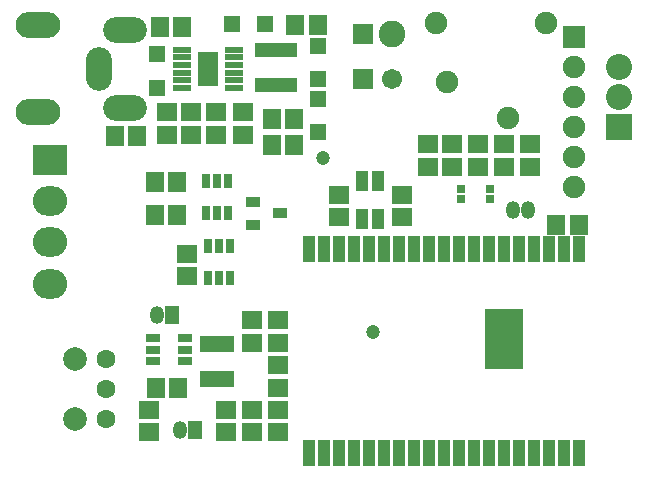
<source format=gbr>
G04 DipTrace 3.3.1.3*
G04 TopMask.gbr*
%MOIN*%
G04 #@! TF.FileFunction,Soldermask,Top*
G04 #@! TF.Part,Single*
%ADD51C,0.08905*%
%ADD89C,0.047402*%
%ADD91C,0.086772*%
%ADD93R,0.086772X0.086772*%
%ADD95R,0.126142X0.204882*%
%ADD97R,0.043465X0.086772*%
%ADD99C,0.078898*%
%ADD101C,0.06315*%
%ADD103R,0.031654X0.051339*%
%ADD105R,0.071024X0.118268*%
%ADD107R,0.06315X0.019843*%
%ADD113R,0.051339X0.031654*%
%ADD117R,0.027717X0.027717*%
%ADD119R,0.04937X0.033622*%
%ADD121R,0.114331X0.053307*%
%ADD123R,0.14189X0.051339*%
%ADD127R,0.047402X0.059213*%
%ADD129O,0.047402X0.059213*%
%ADD135O,0.114331X0.098583*%
%ADD137R,0.114331X0.098583*%
%ADD139C,0.067402*%
%ADD141R,0.067402X0.067402*%
%ADD143R,0.074961X0.074961*%
%ADD145C,0.074961*%
%ADD147O,0.149764X0.086772*%
%ADD149O,0.086772X0.145827*%
%ADD151O,0.145827X0.086772*%
%ADD153R,0.039528X0.071024*%
%ADD157R,0.055276X0.055276*%
%ADD159R,0.059213X0.067087*%
%ADD161R,0.067087X0.059213*%
%FSLAX26Y26*%
G04*
G70*
G90*
G75*
G01*
G04 TopMask*
%LPD*%
D89*
X3657480Y1358268D3*
X3826772Y779528D3*
D161*
X3507874Y818898D3*
Y744094D3*
D159*
X3114173Y1795276D3*
X3188976D3*
D161*
X3220472Y1511811D3*
Y1437008D3*
D159*
X3566929Y1803150D3*
X3641732D3*
X3562992Y1401575D3*
X3488189D3*
X4437008Y1137795D3*
X4511811D3*
D161*
X4263780Y1330709D3*
Y1405512D3*
X3204724Y1039370D3*
Y964567D3*
X3507874Y519685D3*
Y444882D3*
X3421260Y818898D3*
Y744094D3*
D159*
X3102362Y594488D3*
X3177165D3*
D161*
X3507874D3*
Y669291D3*
X3421260Y519685D3*
Y444882D3*
D159*
X3039370Y1433071D3*
X2964567D3*
D157*
X3106299Y1704724D3*
Y1594488D3*
X3464567Y1807087D3*
X3354331D3*
X3641732Y1732283D3*
Y1622047D3*
Y1444882D3*
Y1555118D3*
D153*
X3787402Y1157480D3*
Y1283465D3*
X3842520Y1157480D3*
Y1283465D3*
D151*
X3000000Y1527559D3*
D149*
X2913386Y1657480D3*
D151*
X3000000Y1787402D3*
D147*
X2708661Y1803150D3*
Y1511811D3*
D145*
X4401575Y1811024D3*
X4275591Y1492126D3*
X4070866Y1614173D3*
X4035433Y1811024D3*
D143*
X4496063Y1763780D3*
D145*
Y1663780D3*
Y1563780D3*
Y1463780D3*
Y1363780D3*
Y1263780D3*
D141*
X3791341Y1623228D3*
D139*
X3889761D3*
D137*
X2748031Y1354331D3*
D135*
Y1216535D3*
Y1078740D3*
Y940945D3*
D129*
X3104921Y837205D3*
D127*
X3154921D3*
D129*
X4292520Y1185039D3*
X4342520D3*
D141*
X3791341Y1773622D3*
D51*
X3889761D3*
D129*
X3181693Y454134D3*
D127*
X3231693D3*
D123*
X3503937Y1720472D3*
Y1602362D3*
D121*
X3307087Y740157D3*
Y622047D3*
D119*
X3425197Y1212598D3*
Y1137795D3*
X3515748Y1175197D3*
D161*
X3335467Y444882D3*
Y519685D3*
X3078740Y444882D3*
Y519685D3*
X3137795Y1511811D3*
Y1437008D3*
X3712598Y1236220D3*
Y1161417D3*
X3921260Y1236220D3*
Y1161417D3*
D159*
X3562992Y1488189D3*
X3488189D3*
D161*
X3391732Y1437008D3*
Y1511811D3*
X3303150Y1437008D3*
Y1511811D3*
D159*
X3098425Y1169291D3*
X3173228D3*
X3098425Y1279528D3*
X3173228D3*
D161*
X4350394Y1405512D3*
Y1330709D3*
X4177165D3*
Y1405512D3*
X4007874D3*
Y1330709D3*
X4090551D3*
Y1405512D3*
D117*
X4216535Y1255906D3*
Y1224409D3*
X4118110D3*
Y1255906D3*
D113*
X3199969Y683264D3*
Y720665D3*
Y758067D3*
X3093669D3*
Y720665D3*
Y683264D3*
D107*
X3188976Y1720472D3*
Y1694882D3*
Y1669291D3*
Y1643701D3*
Y1618110D3*
Y1592520D3*
X3362205D3*
Y1618110D3*
Y1643701D3*
Y1669291D3*
Y1694882D3*
Y1720472D3*
D105*
X3275591Y1656496D3*
D103*
Y960630D3*
X3312992D3*
X3350394D3*
Y1066929D3*
X3312992D3*
X3275591D3*
D101*
X2935039Y488189D3*
Y588189D3*
Y688189D3*
D99*
X2831890Y488189D3*
Y688189D3*
D97*
X4511811Y1055118D3*
X4461811Y1055512D3*
X4411811D3*
X4361811D3*
X4311811D3*
X4261811D3*
X4211811D3*
X4161811D3*
X4111811D3*
X4061811D3*
X4011811D3*
X3961811D3*
X3911811D3*
X3861811D3*
X3862192Y377478D3*
X3912192D3*
X3962192D3*
X4012190D3*
X4062192D3*
X3612192D3*
X3662192D3*
X3712192D3*
X3762192D3*
X3812192D3*
X4111850Y377480D3*
X4161850D3*
X4211850D3*
X4261850D3*
X4311850D3*
X4361850D3*
X4411850D3*
X4461850D3*
X4511850D3*
D95*
X4263701Y755118D3*
D97*
X3812151Y1055508D3*
X3762151D3*
X3712151D3*
X3662151D3*
X3612151D3*
D103*
X3342520Y1283465D3*
X3305118D3*
X3267717D3*
Y1177165D3*
X3305118D3*
X3342520D3*
D93*
X4644685Y1462087D3*
D91*
Y1562087D3*
Y1662087D3*
M02*

</source>
